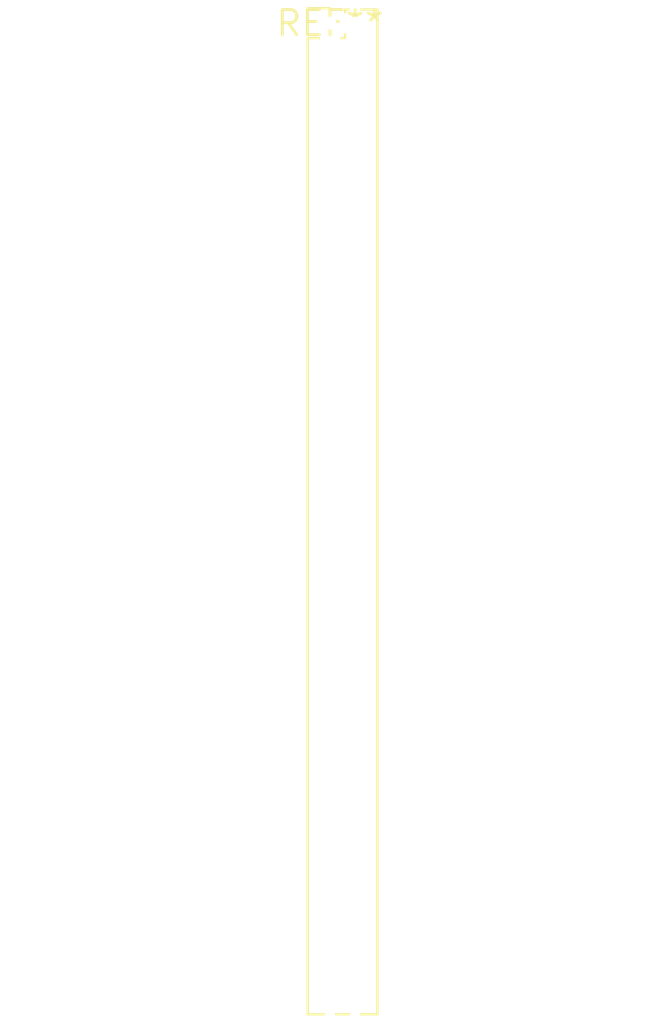
<source format=kicad_pcb>
(kicad_pcb (version 20240108) (generator pcbnew)
  (layers (0 "F.Cu" signal) (31 "B.Cu" signal) (34 "B.Paste" user) (35 "F.Paste" user) (36 "B.SilkS" user "B.Silkscreen") (37 "F.SilkS" user "F.Silkscreen") (38 "B.Mask" user) (39 "F.Mask" user) (44 "Edge.Cuts" user))
  (net 0 "")
  (footprint "PinHeader_2x40_P1.27mm_Vertical" (layer "F.Cu") (at 0 0)
    (property "Reference" "REF**")
    (property "Value" "PinHeader_2x40_P1.27mm_Vertical")
    (fp_line (start -1.13 -0.76) (end 0 -0.76) (layer "F.SilkS") (stroke (width 0.12)))
    (fp_line (start -1.13 0) (end -1.13 -0.76) (layer "F.SilkS") (stroke (width 0.12)))
    (fp_line (start -1.13 0.76) (end -1.13 50.225) (layer "F.SilkS") (stroke (width 0.12)))
    (fp_line (start -1.13 0.76) (end -0.563471 0.76) (layer "F.SilkS") (stroke (width 0.12)))
    (fp_line (start -1.13 50.225) (end -0.30753 50.225) (layer "F.SilkS") (stroke (width 0.12)))
    (fp_line (start 0.30753 50.225) (end 0.96247 50.225) (layer "F.SilkS") (stroke (width 0.12)))
    (fp_line (start 0.563471 0.76) (end 0.706529 0.76) (layer "F.SilkS") (stroke (width 0.12)))
    (fp_line (start 0.76 -0.695) (end 0.96247 -0.695) (layer "F.SilkS") (stroke (width 0.12)))
    (fp_line (start 0.76 -0.563471) (end 0.76 -0.695) (layer "F.SilkS") (stroke (width 0.12)))
    (fp_line (start 0.76 0.706529) (end 0.76 0.563471) (layer "F.SilkS") (stroke (width 0.12)))
    (fp_line (start 1.57753 -0.695) (end 2.4 -0.695) (layer "F.SilkS") (stroke (width 0.12)))
    (fp_line (start 1.57753 50.225) (end 2.4 50.225) (layer "F.SilkS") (stroke (width 0.12)))
    (fp_line (start 2.4 -0.695) (end 2.4 50.225) (layer "F.SilkS") (stroke (width 0.12)))
    (pad "1" thru_hole rect (at 0 0) (size 1 1) (drill 0.65) (layers *.Cu *.Mask) (remove_unused_layers))
    (pad "2" thru_hole oval (at 1.27 0) (size 1 1) (drill 0.65) (layers *.Cu *.Mask) (remove_unused_layers))
    (pad "3" thru_hole oval (at 0 1.27) (size 1 1) (drill 0.65) (layers *.Cu *.Mask) (remove_unused_layers))
    (pad "4" thru_hole oval (at 1.27 1.27) (size 1 1) (drill 0.65) (layers *.Cu *.Mask) (remove_unused_layers))
    (pad "5" thru_hole oval (at 0 2.54) (size 1 1) (drill 0.65) (layers *.Cu *.Mask) (remove_unused_layers))
    (pad "6" thru_hole oval (at 1.27 2.54) (size 1 1) (drill 0.65) (layers *.Cu *.Mask) (remove_unused_layers))
    (pad "7" thru_hole oval (at 0 3.81) (size 1 1) (drill 0.65) (layers *.Cu *.Mask) (remove_unused_layers))
    (pad "8" thru_hole oval (at 1.27 3.81) (size 1 1) (drill 0.65) (layers *.Cu *.Mask) (remove_unused_layers))
    (pad "9" thru_hole oval (at 0 5.08) (size 1 1) (drill 0.65) (layers *.Cu *.Mask) (remove_unused_layers))
    (pad "10" thru_hole oval (at 1.27 5.08) (size 1 1) (drill 0.65) (layers *.Cu *.Mask) (remove_unused_layers))
    (pad "11" thru_hole oval (at 0 6.35) (size 1 1) (drill 0.65) (layers *.Cu *.Mask) (remove_unused_layers))
    (pad "12" thru_hole oval (at 1.27 6.35) (size 1 1) (drill 0.65) (layers *.Cu *.Mask) (remove_unused_layers))
    (pad "13" thru_hole oval (at 0 7.62) (size 1 1) (drill 0.65) (layers *.Cu *.Mask) (remove_unused_layers))
    (pad "14" thru_hole oval (at 1.27 7.62) (size 1 1) (drill 0.65) (layers *.Cu *.Mask) (remove_unused_layers))
    (pad "15" thru_hole oval (at 0 8.89) (size 1 1) (drill 0.65) (layers *.Cu *.Mask) (remove_unused_layers))
    (pad "16" thru_hole oval (at 1.27 8.89) (size 1 1) (drill 0.65) (layers *.Cu *.Mask) (remove_unused_layers))
    (pad "17" thru_hole oval (at 0 10.16) (size 1 1) (drill 0.65) (layers *.Cu *.Mask) (remove_unused_layers))
    (pad "18" thru_hole oval (at 1.27 10.16) (size 1 1) (drill 0.65) (layers *.Cu *.Mask) (remove_unused_layers))
    (pad "19" thru_hole oval (at 0 11.43) (size 1 1) (drill 0.65) (layers *.Cu *.Mask) (remove_unused_layers))
    (pad "20" thru_hole oval (at 1.27 11.43) (size 1 1) (drill 0.65) (layers *.Cu *.Mask) (remove_unused_layers))
    (pad "21" thru_hole oval (at 0 12.7) (size 1 1) (drill 0.65) (layers *.Cu *.Mask) (remove_unused_layers))
    (pad "22" thru_hole oval (at 1.27 12.7) (size 1 1) (drill 0.65) (layers *.Cu *.Mask) (remove_unused_layers))
    (pad "23" thru_hole oval (at 0 13.97) (size 1 1) (drill 0.65) (layers *.Cu *.Mask) (remove_unused_layers))
    (pad "24" thru_hole oval (at 1.27 13.97) (size 1 1) (drill 0.65) (layers *.Cu *.Mask) (remove_unused_layers))
    (pad "25" thru_hole oval (at 0 15.24) (size 1 1) (drill 0.65) (layers *.Cu *.Mask) (remove_unused_layers))
    (pad "26" thru_hole oval (at 1.27 15.24) (size 1 1) (drill 0.65) (layers *.Cu *.Mask) (remove_unused_layers))
    (pad "27" thru_hole oval (at 0 16.51) (size 1 1) (drill 0.65) (layers *.Cu *.Mask) (remove_unused_layers))
    (pad "28" thru_hole oval (at 1.27 16.51) (size 1 1) (drill 0.65) (layers *.Cu *.Mask) (remove_unused_layers))
    (pad "29" thru_hole oval (at 0 17.78) (size 1 1) (drill 0.65) (layers *.Cu *.Mask) (remove_unused_layers))
    (pad "30" thru_hole oval (at 1.27 17.78) (size 1 1) (drill 0.65) (layers *.Cu *.Mask) (remove_unused_layers))
    (pad "31" thru_hole oval (at 0 19.05) (size 1 1) (drill 0.65) (layers *.Cu *.Mask) (remove_unused_layers))
    (pad "32" thru_hole oval (at 1.27 19.05) (size 1 1) (drill 0.65) (layers *.Cu *.Mask) (remove_unused_layers))
    (pad "33" thru_hole oval (at 0 20.32) (size 1 1) (drill 0.65) (layers *.Cu *.Mask) (remove_unused_layers))
    (pad "34" thru_hole oval (at 1.27 20.32) (size 1 1) (drill 0.65) (layers *.Cu *.Mask) (remove_unused_layers))
    (pad "35" thru_hole oval (at 0 21.59) (size 1 1) (drill 0.65) (layers *.Cu *.Mask) (remove_unused_layers))
    (pad "36" thru_hole oval (at 1.27 21.59) (size 1 1) (drill 0.65) (layers *.Cu *.Mask) (remove_unused_layers))
    (pad "37" thru_hole oval (at 0 22.86) (size 1 1) (drill 0.65) (layers *.Cu *.Mask) (remove_unused_layers))
    (pad "38" thru_hole oval (at 1.27 22.86) (size 1 1) (drill 0.65) (layers *.Cu *.Mask) (remove_unused_layers))
    (pad "39" thru_hole oval (at 0 24.13) (size 1 1) (drill 0.65) (layers *.Cu *.Mask) (remove_unused_layers))
    (pad "40" thru_hole oval (at 1.27 24.13) (size 1 1) (drill 0.65) (layers *.Cu *.Mask) (remove_unused_layers))
    (pad "41" thru_hole oval (at 0 25.4) (size 1 1) (drill 0.65) (layers *.Cu *.Mask) (remove_unused_layers))
    (pad "42" thru_hole oval (at 1.27 25.4) (size 1 1) (drill 0.65) (layers *.Cu *.Mask) (remove_unused_layers))
    (pad "43" thru_hole oval (at 0 26.67) (size 1 1) (drill 0.65) (layers *.Cu *.Mask) (remove_unused_layers))
    (pad "44" thru_hole oval (at 1.27 26.67) (size 1 1) (drill 0.65) (layers *.Cu *.Mask) (remove_unused_layers))
    (pad "45" thru_hole oval (at 0 27.94) (size 1 1) (drill 0.65) (layers *.Cu *.Mask) (remove_unused_layers))
    (pad "46" thru_hole oval (at 1.27 27.94) (size 1 1) (drill 0.65) (layers *.Cu *.Mask) (remove_unused_layers))
    (pad "47" thru_hole oval (at 0 29.21) (size 1 1) (drill 0.65) (layers *.Cu *.Mask) (remove_unused_layers))
    (pad "48" thru_hole oval (at 1.27 29.21) (size 1 1) (drill 0.65) (layers *.Cu *.Mask) (remove_unused_layers))
    (pad "49" thru_hole oval (at 0 30.48) (size 1 1) (drill 0.65) (layers *.Cu *.Mask) (remove_unused_layers))
    (pad "50" thru_hole oval (at 1.27 30.48) (size 1 1) (drill 0.65) (layers *.Cu *.Mask) (remove_unused_layers))
    (pad "51" thru_hole oval (at 0 31.75) (size 1 1) (drill 0.65) (layers *.Cu *.Mask) (remove_unused_layers))
    (pad "52" thru_hole oval (at 1.27 31.75) (size 1 1) (drill 0.65) (layers *.Cu *.Mask) (remove_unused_layers))
    (pad "53" thru_hole oval (at 0 33.02) (size 1 1) (drill 0.65) (layers *.Cu *.Mask) (remove_unused_layers))
    (pad "54" thru_hole oval (at 1.27 33.02) (size 1 1) (drill 0.65) (layers *.Cu *.Mask) (remove_unused_layers))
    (pad "55" thru_hole oval (at 0 34.29) (size 1 1) (drill 0.65) (layers *.Cu *.Mask) (remove_unused_layers))
    (pad "56" thru_hole oval (at 1.27 34.29) (size 1 1) (drill 0.65) (layers *.Cu *.Mask) (remove_unused_layers))
    (pad "57" thru_hole oval (at 0 35.56) (size 1 1) (drill 0.65) (layers *.Cu *.Mask) (remove_unused_layers))
    (pad "58" thru_hole oval (at 1.27 35.56) (size 1 1) (drill 0.65) (layers *.Cu *.Mask) (remove_unused_layers))
    (pad "59" thru_hole oval (at 0 36.83) (size 1 1) (drill 0.65) (layers *.Cu *.Mask) (remove_unused_layers))
    (pad "60" thru_hole oval (at 1.27 36.83) (size 1 1) (drill 0.65) (layers *.Cu *.Mask) (remove_unused_layers))
    (pad "61" thru_hole oval (at 0 38.1) (size 1 1) (drill 0.65) (layers *.Cu *.Mask) (remove_unused_layers))
    (pad "62" thru_hole oval (at 1.27 38.1) (size 1 1) (drill 0.65) (layers *.Cu *.Mask) (remove_unused_layers))
    (pad "63" thru_hole oval (at 0 39.37) (size 1 1) (drill 0.65) (layers *.Cu *.Mask) (remove_unused_layers))
    (pad "64" thru_hole oval (at 1.27 39.37) (size 1 1) (drill 0.65) (layers *.Cu *.Mask) (remove_unused_layers))
    (pad "65" thru_hole oval (at 0 40.64) (size 1 1) (drill 0.65) (layers *.Cu *.Mask) (remove_unused_layers))
    (pad "66" thru_hole oval (at 1.27 40.64) (size 1 1) (drill 0.65) (layers *.Cu *.Mask) (remove_unused_layers))
    (pad "67" thru_hole oval (at 0 41.91) (size 1 1) (drill 0.65) (layers *.Cu *.Mask) (remove_unused_layers))
    (pad "68" thru_hole oval (at 1.27 41.91) (size 1 1) (drill 0.65) (layers *.Cu *.Mask) (remove_unused_layers))
    (pad "69" thru_hole oval (at 0 43.18) (size 1 1) (drill 0.65) (layers *.Cu *.Mask) (remove_unused_layers))
    (pad "70" thru_hole oval (at 1.27 43.18) (size 1 1) (drill 0.65) (layers *.Cu *.Mask) (remove_unused_layers))
    (pad "71" thru_hole oval (at 0 44.45) (size 1 1) (drill 0.65) (layers *.Cu *.Mask) (remove_unused_layers))
    (pad "72" thru_hole oval (at 1.27 44.45) (size 1 1) (drill 0.65) (layers *.Cu *.Mask) (remove_unused_layers))
    (pad "73" thru_hole oval (at 0 45.72) (size 1 1) (drill 0.65) (layers *.Cu *.Mask) (remove_unused_layers))
    (pad "74" thru_hole oval (at 1.27 45.72) (size 1 1) (drill 0.65) (layers *.Cu *.Mask) (remove_unused_layers))
    (pad "75" thru_hole oval (at 0 46.99) (size 1 1) (drill 0.65) (layers *.Cu *.Mask) (remove_unused_layers))
    (pad "76" thru_hole oval (at 1.27 46.99) (size 1 1) (drill 0.65) (layers *.Cu *.Mask) (remove_unused_layers))
    (pad "77" thru_hole oval (at 0 48.26) (size 1 1) (drill 0.65) (layers *.Cu *.Mask) (remove_unused_layers))
    (pad "78" thru_hole oval (at 1.27 48.26) (size 1 1) (drill 0.65) (layers *.Cu *.Mask) (remove_unused_layers))
    (pad "79" thru_hole oval (at 0 49.53) (size 1 1) (drill 0.65) (layers *.Cu *.Mask) (remove_unused_layers))
    (pad "80" thru_hole oval (at 1.27 49.53) (size 1 1) (drill 0.65) (layers *.Cu *.Mask) (remove_unused_layers))
  )
)
</source>
